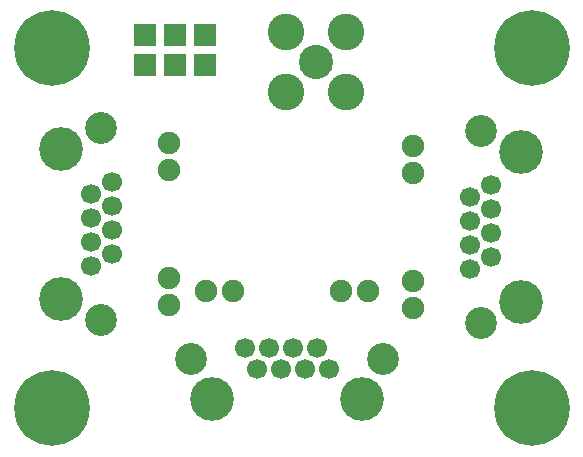
<source format=gbr>
%TF.GenerationSoftware,KiCad,Pcbnew,6.0.4-6f826c9f35~116~ubuntu20.04.1*%
%TF.CreationDate,2022-04-06T13:01:52+00:00*%
%TF.ProjectId,VLFANT01B,564c4641-4e54-4303-9142-2e6b69636164,rev?*%
%TF.SameCoordinates,Original*%
%TF.FileFunction,Soldermask,Top*%
%TF.FilePolarity,Negative*%
%FSLAX46Y46*%
G04 Gerber Fmt 4.6, Leading zero omitted, Abs format (unit mm)*
G04 Created by KiCad (PCBNEW 6.0.4-6f826c9f35~116~ubuntu20.04.1) date 2022-04-06 13:01:52*
%MOMM*%
%LPD*%
G01*
G04 APERTURE LIST*
G04 Aperture macros list*
%AMRoundRect*
0 Rectangle with rounded corners*
0 $1 Rounding radius*
0 $2 $3 $4 $5 $6 $7 $8 $9 X,Y pos of 4 corners*
0 Add a 4 corners polygon primitive as box body*
4,1,4,$2,$3,$4,$5,$6,$7,$8,$9,$2,$3,0*
0 Add four circle primitives for the rounded corners*
1,1,$1+$1,$2,$3*
1,1,$1+$1,$4,$5*
1,1,$1+$1,$6,$7*
1,1,$1+$1,$8,$9*
0 Add four rect primitives between the rounded corners*
20,1,$1+$1,$2,$3,$4,$5,0*
20,1,$1+$1,$4,$5,$6,$7,0*
20,1,$1+$1,$6,$7,$8,$9,0*
20,1,$1+$1,$8,$9,$2,$3,0*%
G04 Aperture macros list end*
%ADD10C,2.900000*%
%ADD11C,3.100000*%
%ADD12RoundRect,0.200000X0.762000X-0.762000X0.762000X0.762000X-0.762000X0.762000X-0.762000X-0.762000X0*%
%ADD13C,6.400000*%
%ADD14C,3.700000*%
%ADD15C,2.700000*%
%ADD16C,1.700000*%
%ADD17C,1.900000*%
G04 APERTURE END LIST*
D10*
%TO.C,J7*%
X27432000Y34417000D03*
D11*
X29972000Y31877000D03*
X24892000Y31877000D03*
X24892000Y36957000D03*
X29972000Y36957000D03*
%TD*%
D12*
%TO.C,J9*%
X12954000Y34163000D03*
X12954000Y36703000D03*
X15494000Y34163000D03*
X15494000Y36703000D03*
X18034000Y34163000D03*
X18034000Y36703000D03*
%TD*%
D13*
%TO.C,M1*%
X45720000Y35560000D03*
%TD*%
%TO.C,M2*%
X45720000Y5080000D03*
%TD*%
%TO.C,M3*%
X5080000Y35560000D03*
%TD*%
%TO.C,M4*%
X5080000Y5080000D03*
%TD*%
D14*
%TO.C,J1*%
X44831000Y14097000D03*
X44831000Y26797000D03*
D15*
X41401000Y28577000D03*
X41401000Y12317000D03*
D16*
X42291000Y17907000D03*
X42291000Y19937000D03*
X42291000Y21967000D03*
X42291000Y23997000D03*
X40511000Y16887000D03*
X40511000Y18917000D03*
X40511000Y20947000D03*
X40511000Y22977000D03*
D17*
X35691000Y27307000D03*
X35691000Y25017000D03*
X35691000Y15877000D03*
X35691000Y13587000D03*
%TD*%
%TO.C,J2*%
X14982000Y27561000D03*
X14982000Y25271000D03*
X14982000Y16131000D03*
X14982000Y13841000D03*
D16*
X10162000Y18171000D03*
X10162000Y20201000D03*
X10162000Y22231000D03*
X10162000Y24261000D03*
X8382000Y17151000D03*
X8382000Y19181000D03*
X8382000Y21211000D03*
X8382000Y23241000D03*
D15*
X9272000Y28831000D03*
X9272000Y12571000D03*
D14*
X5842000Y14351000D03*
X5842000Y27051000D03*
%TD*%
%TO.C,J3*%
X18669000Y5842000D03*
X31369000Y5842000D03*
D15*
X33149000Y9272000D03*
X16889000Y9272000D03*
D16*
X22479000Y8382000D03*
X24509000Y8382000D03*
X26539000Y8382000D03*
X28569000Y8382000D03*
X21459000Y10162000D03*
X23489000Y10162000D03*
X25519000Y10162000D03*
X27549000Y10162000D03*
D17*
X31879000Y14982000D03*
X29589000Y14982000D03*
X20449000Y14982000D03*
X18159000Y14982000D03*
%TD*%
M02*

</source>
